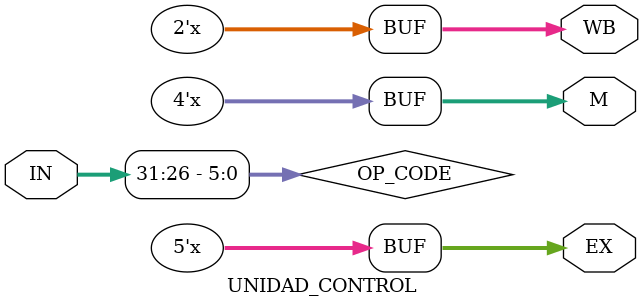
<source format=v>
`timescale 1ns/1ns

module UNIDAD_CONTROL
(
	input [31:0] IN,

	output reg [1:0] WB, // [0] = RegWrite, [1] = MemToReg
	output reg [3:0] M, // [0] = Branch, [1] = MemRead, [2] = MemWrite, [3] = Jump
	output reg [4:0] EX // [0] = RegDst, [3:1] = ALUOp, [4] = ALUSrc
);

reg [5:0] OP_CODE;
// Bloque always
always @*
begin
	OP_CODE <= IN[31:26];
	case(OP_CODE)
		// Instruccion TIPO-R
		6'b000000:
		begin
			if (IN != 32'b0)
			begin
				WB[0] = 1; // RegWrite
				WB[1] = 0; // MemToReg

				M[0] = 0; // Branch
				M[1] = 0; // MemRead
				M[2] = 0; // MemWrite
				M[3] = 0; // Jump

				EX[0] = 1; // RegDst
				EX[3:1] = 3'b010; // ALUOp
				EX[4] = 0; // ALUSrc
			end
			else
			begin
				WB = 2'bx;
				M = 4'bx;
				EX = 5'bx;
			end
		end

		// Instruccion LW
		6'b100011:
		begin
			WB[0] = 1; // RegWrite
			WB[1] = 1; // MemToReg

			M[0] = 0; // Branch
			M[1] = 1; // MemRead
			M[2] = 0; // MemWrite
			M[3] = 0; // Jump

			EX[0] = 0; // RegDst
			EX[3:1] = 3'b000; // ALUOp
			EX[4] = 1; // ALUSrc
		end

		// Instruccion SW
		6'b101011:
		begin
			WB[0] = 0; // RegWrite
			WB[1] = 1'bx; // MemToReg

			M[0] = 0; // Branch
			M[1] = 0; // MemRead
			M[2] = 1; // MemWrite
			M[3] = 0; // Jump

			EX[0] = 1'bx; // RegDst
			EX[3:1] = 3'b000; // ALUOp
			EX[4] = 1; // ALUSrc
		end

		// Instruccion BEQ
		6'b000100:
		begin
			WB[0] = 0; // RegWrite
			WB[1] = 1'bx; // MemToReg

			M[0] = 1; // Branch
			M[1] = 0; // MemRead
			M[2] = 0; // MemWrite
			M[3] = 0; // Jump

			EX[0] = 1'bx; // RegDst
			EX[3:1] = 3'b001; // ALUOp
			EX[4] = 0; // ALUSrc
		end

		// Instrucciones TIPO-I

		// ADDI
		6'b001000:
		begin
			WB[0] = 1; // RegWrite
			WB[1] = 0; // MemToReg

			M[0] = 0; // Branch
			M[1] = 0; // MemRead
			M[2] = 0; // MemWrite
			M[3] = 0; // Jump

			EX[0] = 0; // RegDst
			EX[3:1] = 3'b000; // ALUOp - ADD
			EX[4] = 1; // ALUSrc
		end

		// SLTI
		6'b001010:
		begin
			WB[0] = 1; // RegWrite
			WB[1] = 0; // MemToReg

			M[0] = 0; // Branch
			M[1] = 0; // MemRead
			M[2] = 0; // MemWrite
			M[3] = 0; // Jump

			EX[0] = 0; // RegDst
			EX[3:1] = 3'b011; // ALUOp - SLT
			EX[4] = 1; // ALUSrc
		end

		// ANDI
		6'b001100:
		begin
			WB[0] = 1; // RegWrite
			WB[1] = 0; // MemToReg

			M[0] = 0; // Branch
			M[1] = 0; // MemRead
			M[2] = 0; // MemWrite
			M[3] = 0; // Jump

			EX[0] = 0; // RegDst
			EX[3:1] = 3'b100; // ALUOp - AND
			EX[4] = 1; // ALUSrc
		end

		// ORI
		6'b001101:
		begin
			WB[0] = 1; // RegWrite
			WB[1] = 0; // MemToReg

			M[0] = 0; // Branch
			M[1] = 0; // MemRead
			M[2] = 0; // MemWrite
			M[3] = 0; // Jump

			EX[0] = 0; // RegDst
			EX[3:1] = 3'b101; // ALUOp - OR
			EX[4] = 1; // ALUSrc
		end

		// Instrucciones TIPO-J

		// JUMP
		6'b000010:
		begin
			WB[0] = 0; // RegWrite
			WB[1] = 1'bx; // MemToReg

			M[0] = 0; // Branch
			M[1] = 0; // MemRead
			M[2] = 0; // MemWrite
			M[3] = 1; // Jump

			EX[0] = 1'bx; // RegDst
			EX[3:1] = 3'bx; // ALUOp - NADA
			EX[4] = 1'bx; // ALUSrc
		end

	endcase // IN
end

endmodule : UNIDAD_CONTROL
</source>
